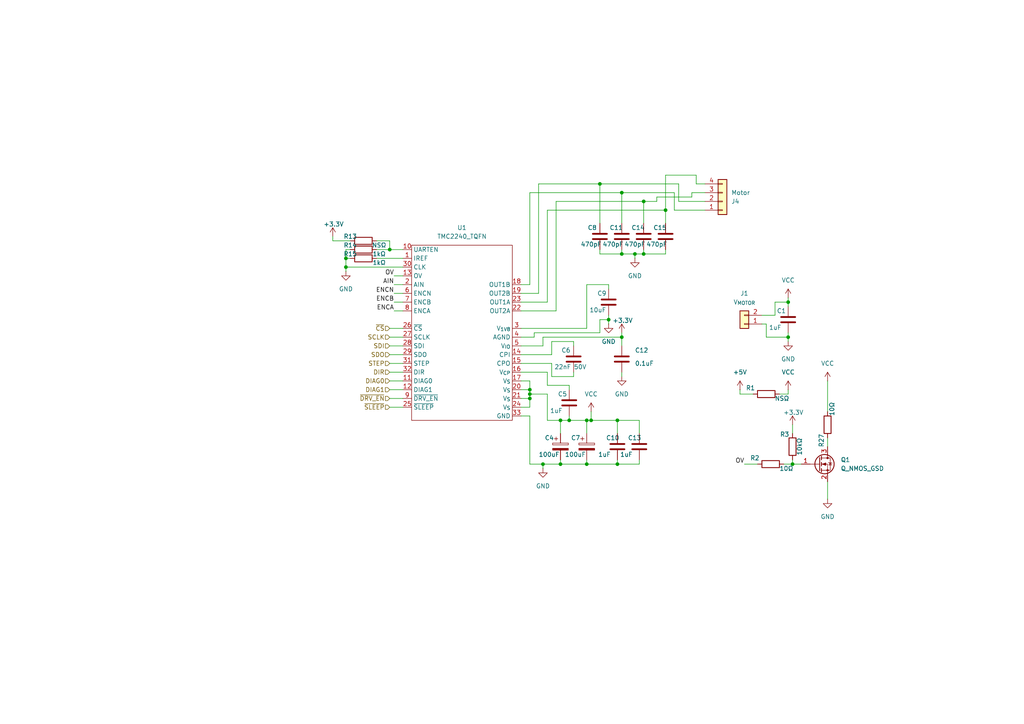
<source format=kicad_sch>
(kicad_sch (version 20231120) (generator "eeschema") (generator_version "8.0")
  (paper "A4")
  (lib_symbols
    (symbol "Connector_Generic:Conn_01x02" (pin_names (offset 1.016) hide)
      (property "Reference" "J" (at 0 2.54 0))
      (property "Value" "Conn_01x02" (at 0 -5.08 0))
      (symbol "Conn_01x02_1_1"
        (rectangle (start -1.27 -2.413) (end 0 -2.667) (stroke (width 0.1524)))
        (rectangle (start -1.27 0.127) (end 0 -0.127) (stroke (width 0.1524)))
        (rectangle (start -1.27 1.27) (end 1.27 -3.81) (stroke (width 0.254)) (fill (type background)))
        (pin passive line (at -5.08 0 0) (length 3.81) (name "Pin_1") (number "1"))
        (pin passive line (at -5.08 -2.54 0) (length 3.81) (name "Pin_2") (number "2"))
      )
    )
    (symbol "Connector_Generic:Conn_01x04" (pin_names (offset 1.016) hide)
      (property "Reference" "J" (at 0 5.08 0))
      (property "Value" "Conn_01x04" (at 0 -7.62 0))
      (symbol "Conn_01x04_1_1"
        (rectangle (start -1.27 -4.953) (end 0 -5.207) (stroke (width 0.1524)))
        (rectangle (start -1.27 -2.413) (end 0 -2.667) (stroke (width 0.1524)))
        (rectangle (start -1.27 0.127) (end 0 -0.127) (stroke (width 0.1524)))
        (rectangle (start -1.27 2.667) (end 0 2.413) (stroke (width 0.1524)))
        (rectangle (start -1.27 3.81) (end 1.27 -6.35) (stroke (width 0.254)) (fill (type background)))
        (pin passive line (at -5.08 2.54 0) (length 3.81) (name "Pin_1") (number "1"))
        (pin passive line (at -5.08 0 0) (length 3.81) (name "Pin_2") (number "2"))
        (pin passive line (at -5.08 -2.54 0) (length 3.81) (name "Pin_3") (number "3"))
        (pin passive line (at -5.08 -5.08 0) (length 3.81) (name "Pin_4") (number "4"))
      )
    )
    (symbol "Device:C" (pin_numbers hide) (pin_names (offset 0.254))
      (property "Reference" "C" (at 0.635 2.54 0))
      (property "Value" "C" (at 0.635 -2.54 0))
      (symbol "C_0_1"
        (polyline (pts (xy -2.032 -0.762) (xy 2.032 -0.762)) (stroke (width 0.508)))
        (polyline (pts (xy -2.032 0.762) (xy 2.032 0.762)) (stroke (width 0.508)))
      )
      (symbol "C_1_1"
        (pin passive line (at 0 3.81 270) (length 2.794) (name "~") (number "1"))
        (pin passive line (at 0 -3.81 90) (length 2.794) (name "~") (number "2"))
      )
    )
    (symbol "Device:C_Polarized" (pin_numbers hide) (pin_names (offset 0.254))
      (property "Reference" "C" (at 0.635 2.54 0))
      (property "Value" "C_Polarized" (at 0.635 -2.54 0))
      (symbol "C_Polarized_0_1"
        (rectangle (start -2.286 0.508) (end 2.286 1.016))
        (polyline (pts (xy -1.778 2.286) (xy -0.762 2.286)))
        (polyline (pts (xy -1.27 2.794) (xy -1.27 1.778)))
        (rectangle (start 2.286 -0.508) (end -2.286 -1.016) (fill (type outline)))
      )
      (symbol "C_Polarized_1_1"
        (pin passive line (at 0 3.81 270) (length 2.794) (name "~") (number "1"))
        (pin passive line (at 0 -3.81 90) (length 2.794) (name "~") (number "2"))
      )
    )
    (symbol "Device:Q_NMOS_GSD" (pin_names (offset 0) hide)
      (property "Reference" "Q" (at 5.08 1.27 0))
      (property "Value" "Q_NMOS_GSD" (at 5.08 -1.27 0))
      (symbol "Q_NMOS_GSD_0_1"
        (polyline (pts (xy 0.254 0) (xy -2.54 0)))
        (polyline (pts (xy 0.254 1.905) (xy 0.254 -1.905)) (stroke (width 0.254)))
        (polyline (pts (xy 0.762 -1.27) (xy 0.762 -2.286)) (stroke (width 0.254)))
        (polyline (pts (xy 0.762 0.508) (xy 0.762 -0.508)) (stroke (width 0.254)))
        (polyline (pts (xy 0.762 2.286) (xy 0.762 1.27)) (stroke (width 0.254)))
        (polyline (pts (xy 2.54 2.54) (xy 2.54 1.778)))
        (polyline (pts (xy 2.54 -2.54) (xy 2.54 0) (xy 0.762 0)))
        (polyline (pts (xy 0.762 -1.778) (xy 3.302 -1.778) (xy 3.302 1.778) (xy 0.762 1.778)))
        (polyline (pts (xy 1.016 0) (xy 2.032 0.381) (xy 2.032 -0.381) (xy 1.016 0)) (fill (type outline)))
        (polyline (pts (xy 2.794 0.508) (xy 2.921 0.381) (xy 3.683 0.381) (xy 3.81 0.254)))
        (polyline (pts (xy 3.302 0.381) (xy 2.921 -0.254) (xy 3.683 -0.254) (xy 3.302 0.381)))
        (circle (center 1.651 0) (radius 2.794) (stroke (width 0.254)))
        (circle (center 2.54 -1.778) (radius 0.254) (fill (type outline)))
        (circle (center 2.54 1.778) (radius 0.254) (fill (type outline)))
      )
      (symbol "Q_NMOS_GSD_1_1"
        (pin input line (at -5.08 0 0) (length 2.54) (name "G") (number "1"))
        (pin passive line (at 2.54 -5.08 90) (length 2.54) (name "S") (number "2"))
        (pin passive line (at 2.54 5.08 270) (length 2.54) (name "D") (number "3"))
      )
    )
    (symbol "Device:R" (pin_numbers hide) (pin_names (offset 0))
      (property "Reference" "R" (at 2.032 0 90))
      (property "Value" "R" (at 0 0 90))
      (symbol "R_0_1"
        (rectangle (start -1.016 -2.54) (end 1.016 2.54) (stroke (width 0.254)))
      )
      (symbol "R_1_1"
        (pin passive line (at 0 3.81 270) (length 1.27) (name "~") (number "1"))
        (pin passive line (at 0 -3.81 90) (length 1.27) (name "~") (number "2"))
      )
    )
    (symbol "GND_1" (power) (pin_numbers hide) (pin_names (offset 0) hide)
      (property "Value" "GND" (at 0 -3.81 0))
      (symbol "GND_1_0_1"
        (polyline (pts (xy 0 0) (xy 0 -1.27) (xy 1.27 -1.27) (xy 0 -2.54) (xy -1.27 -1.27) (xy 0 -1.27)))
      )
      (symbol "GND_1_1_1"
        (pin power_in line (at 0 0 270) (length 0) (name "~") (number "1"))
      )
    )
    (symbol "StepperDriver:TMC2240_TQFN"
      (property "Reference" "U" (at 0 0 0))
      (property "Value" "TMC2240_TQFN" (at 0 -2.54 0))
      (symbol "TMC2240_TQFN_0_1"
        (rectangle (start -16.51 21.59) (end 12.7 -29.21))
      )
      (symbol "TMC2240_TQFN_1_1"
        (pin input line (at -19.05 17.78 0) (length 2.54) (name "IREF") (number "1"))
        (pin input line (at -19.05 20.32 0) (length 2.54) (name "UARTEN") (number "10"))
        (pin input line (at -19.05 -17.78 0) (length 2.54) (name "DIAG0") (number "11"))
        (pin input line (at -19.05 -20.32 0) (length 2.54) (name "DIAG1") (number "12"))
        (pin input line (at -19.05 12.7 0) (length 2.54) (name "OV") (number "13"))
        (pin input line (at 15.24 -10.16 180) (length 2.54) (name "CPI") (number "14"))
        (pin input line (at 15.24 -12.7 180) (length 2.54) (name "CPO") (number "15"))
        (pin input line (at 15.24 -15.24 180) (length 2.54) (name "V_{CP}") (number "16"))
        (pin input line (at 15.24 -17.78 180) (length 2.54) (name "V_{S}") (number "17"))
        (pin input line (at 15.24 10.16 180) (length 2.54) (name "OUT1B") (number "18"))
        (pin input line (at 15.24 7.62 180) (length 2.54) (name "OUT2B") (number "19"))
        (pin input line (at -19.05 10.16 0) (length 2.54) (name "AIN") (number "2"))
        (pin input line (at 15.24 -20.32 180) (length 2.54) (name "V_{S}") (number "20"))
        (pin input line (at 15.24 -22.86 180) (length 2.54) (name "V_{S}") (number "21"))
        (pin input line (at 15.24 2.54 180) (length 2.54) (name "OUT2A") (number "22"))
        (pin input line (at 15.24 5.08 180) (length 2.54) (name "OUT1A") (number "23"))
        (pin input line (at 15.24 -25.4 180) (length 2.54) (name "V_{S}") (number "24"))
        (pin input line (at -19.05 -25.4 0) (length 2.54) (name "~{SLEEP}") (number "25"))
        (pin input line (at -19.05 -2.54 0) (length 2.54) (name "~{CS}") (number "26"))
        (pin input line (at -19.05 -5.08 0) (length 2.54) (name "SCLK") (number "27"))
        (pin input line (at -19.05 -7.62 0) (length 2.54) (name "SDI") (number "28"))
        (pin input line (at -19.05 -10.16 0) (length 2.54) (name "SDO") (number "29"))
        (pin input line (at 15.24 -2.54 180) (length 2.54) (name "V_{1V8}") (number "3"))
        (pin input line (at -19.05 15.24 0) (length 2.54) (name "CLK") (number "30"))
        (pin input line (at -19.05 -12.7 0) (length 2.54) (name "STEP") (number "31"))
        (pin input line (at -19.05 -15.24 0) (length 2.54) (name "DIR") (number "32"))
        (pin input line (at 15.24 -27.94 180) (length 2.54) (name "GND") (number "33"))
        (pin input line (at 15.24 -5.08 180) (length 2.54) (name "AGND") (number "4"))
        (pin input line (at 15.24 -7.62 180) (length 2.54) (name "V_{IO}") (number "5"))
        (pin input line (at -19.05 7.62 0) (length 2.54) (name "ENCN") (number "6"))
        (pin input line (at -19.05 5.08 0) (length 2.54) (name "ENCB") (number "7"))
        (pin input line (at -19.05 2.54 0) (length 2.54) (name "ENCA") (number "8"))
        (pin input line (at -19.05 -22.86 0) (length 2.54) (name "~{DRV_EN}") (number "9"))
      )
    )
    (symbol "power:+3.3V" (power) (pin_names (offset 0))
      (property "Value" "+3.3V" (at 0 3.556 0))
      (symbol "+3.3V_0_1"
        (polyline (pts (xy -0.762 1.27) (xy 0 2.54)))
        (polyline (pts (xy 0 0) (xy 0 2.54)))
        (polyline (pts (xy 0 2.54) (xy 0.762 1.27)))
      )
      (symbol "+3.3V_1_1"
        (pin power_in line (at 0 0 90) (length 0) hide (name "+3.3V") (number "1"))
      )
    )
    (symbol "power:+5V" (power) (pin_numbers hide) (pin_names (offset 0) hide)
      (property "Value" "+5V" (at 0 3.556 0))
      (symbol "+5V_0_1"
        (polyline (pts (xy -0.762 1.27) (xy 0 2.54)))
        (polyline (pts (xy 0 0) (xy 0 2.54)))
        (polyline (pts (xy 0 2.54) (xy 0.762 1.27)))
      )
      (symbol "+5V_1_1"
        (pin power_in line (at 0 0 90) (length 0) (name "~") (number "1"))
      )
    )
    (symbol "power:VCC" (power) (pin_numbers hide) (pin_names (offset 0) hide)
      (property "Value" "VCC" (at 0 3.556 0))
      (symbol "VCC_0_1"
        (polyline (pts (xy -0.762 1.27) (xy 0 2.54)))
        (polyline (pts (xy 0 0) (xy 0 2.54)))
        (polyline (pts (xy 0 2.54) (xy 0.762 1.27)))
      )
      (symbol "VCC_1_1"
        (pin power_in line (at 0 0 90) (length 0) (name "~") (number "1"))
      )
    )
  )
  (junction (at 100.33 74.93))
  (junction (at 179.07 121.92))
  (junction (at 228.6 97.79))
  (junction (at 228.6 87.63))
  (junction (at 173.99 53.34))
  (junction (at 170.18 121.92))
  (junction (at 229.87 134.62))
  (junction (at 186.69 73.66))
  (junction (at 171.45 121.92))
  (junction (at 180.34 97.79))
  (junction (at 193.04 60.96))
  (junction (at 153.67 115.57))
  (junction (at 186.69 58.42))
  (junction (at 162.56 134.62))
  (junction (at 184.15 73.66))
  (junction (at 113.03 72.39))
  (junction (at 180.34 73.66))
  (junction (at 162.56 121.92))
  (junction (at 176.53 92.71))
  (junction (at 153.67 113.03))
  (junction (at 157.48 134.62))
  (junction (at 170.18 134.62))
  (junction (at 153.67 114.3))
  (junction (at 179.07 134.62))
  (junction (at 165.1 121.92))
  (junction (at 180.34 55.88))
  (junction (at 100.33 77.47))
  (wire (pts (xy 186.69 58.42) (xy 190.5 58.42)))
  (wire (pts (xy 113.03 100.33) (xy 116.84 100.33)))
  (wire (pts (xy 109.22 74.93) (xy 116.84 74.93)))
  (wire (pts (xy 180.34 96.52) (xy 180.34 97.79)))
  (wire (pts (xy 214.63 114.3) (xy 218.44 114.3)))
  (wire (pts (xy 100.33 74.93) (xy 101.6 74.93)))
  (wire (pts (xy 151.13 97.79) (xy 154.94 97.79)))
  (wire (pts (xy 173.99 73.66) (xy 180.34 73.66)))
  (wire (pts (xy 173.99 53.34) (xy 196.85 53.34)))
  (wire (pts (xy 224.79 91.44) (xy 224.79 87.63)))
  (wire (pts (xy 173.99 92.71) (xy 176.53 92.71)))
  (wire (pts (xy 185.42 121.92) (xy 185.42 125.73)))
  (wire (pts (xy 201.93 50.8) (xy 193.04 50.8)))
  (wire (pts (xy 240.03 127) (xy 240.03 129.54)))
  (wire (pts (xy 157.48 97.79) (xy 180.34 97.79)))
  (wire (pts (xy 153.67 118.11) (xy 153.67 115.57)))
  (wire (pts (xy 153.67 55.88) (xy 180.34 55.88)))
  (wire (pts (xy 180.34 107.95) (xy 180.34 109.22)))
  (wire (pts (xy 224.79 87.63) (xy 228.6 87.63)))
  (wire (pts (xy 228.6 114.3) (xy 228.6 113.03)))
  (wire (pts (xy 186.69 73.66) (xy 193.04 73.66)))
  (wire (pts (xy 151.13 120.65) (xy 153.67 120.65)))
  (wire (pts (xy 113.03 113.03) (xy 116.84 113.03)))
  (wire (pts (xy 151.13 82.55) (xy 153.67 82.55)))
  (wire (pts (xy 186.69 58.42) (xy 186.69 64.77)))
  (wire (pts (xy 154.94 97.79) (xy 154.94 96.52)))
  (wire (pts (xy 185.42 134.62) (xy 185.42 133.35)))
  (wire (pts (xy 193.04 73.66) (xy 193.04 72.39)))
  (wire (pts (xy 113.03 102.87) (xy 116.84 102.87)))
  (wire (pts (xy 113.03 115.57) (xy 116.84 115.57)))
  (wire (pts (xy 200.66 55.88) (xy 204.47 55.88)))
  (wire (pts (xy 190.5 58.42) (xy 190.5 57.15)))
  (wire (pts (xy 195.58 60.96) (xy 204.47 60.96)))
  (wire (pts (xy 157.48 100.33) (xy 157.48 97.79)))
  (wire (pts (xy 196.85 53.34) (xy 196.85 58.42)))
  (wire (pts (xy 114.3 82.55) (xy 116.84 82.55)))
  (wire (pts (xy 171.45 119.38) (xy 171.45 121.92)))
  (wire (pts (xy 109.22 72.39) (xy 113.03 72.39)))
  (wire (pts (xy 229.87 134.62) (xy 232.41 134.62)))
  (wire (pts (xy 195.58 55.88) (xy 195.58 60.96)))
  (wire (pts (xy 113.03 107.95) (xy 116.84 107.95)))
  (wire (pts (xy 229.87 123.19) (xy 229.87 125.73)))
  (wire (pts (xy 157.48 135.89) (xy 157.48 134.62)))
  (wire (pts (xy 100.33 72.39) (xy 100.33 74.93)))
  (wire (pts (xy 200.66 57.15) (xy 200.66 55.88)))
  (wire (pts (xy 165.1 111.76) (xy 165.1 113.03)))
  (wire (pts (xy 153.67 82.55) (xy 153.67 55.88)))
  (wire (pts (xy 158.75 111.76) (xy 165.1 111.76)))
  (wire (pts (xy 227.33 134.62) (xy 229.87 134.62)))
  (wire (pts (xy 240.03 139.7) (xy 240.03 144.78)))
  (wire (pts (xy 184.15 73.66) (xy 186.69 73.66)))
  (wire (pts (xy 153.67 115.57) (xy 153.67 114.3)))
  (wire (pts (xy 170.18 121.92) (xy 165.1 121.92)))
  (wire (pts (xy 162.56 134.62) (xy 170.18 134.62)))
  (wire (pts (xy 171.45 121.92) (xy 179.07 121.92)))
  (wire (pts (xy 113.03 97.79) (xy 116.84 97.79)))
  (wire (pts (xy 180.34 55.88) (xy 180.34 64.77)))
  (wire (pts (xy 156.21 85.09) (xy 156.21 53.34)))
  (wire (pts (xy 214.63 113.03) (xy 214.63 114.3)))
  (wire (pts (xy 113.03 110.49) (xy 116.84 110.49)))
  (wire (pts (xy 158.75 114.3) (xy 153.67 114.3)))
  (wire (pts (xy 173.99 96.52) (xy 173.99 92.71)))
  (wire (pts (xy 100.33 77.47) (xy 116.84 77.47)))
  (wire (pts (xy 158.75 121.92) (xy 158.75 114.3)))
  (wire (pts (xy 215.9 134.62) (xy 219.71 134.62)))
  (wire (pts (xy 101.6 69.85) (xy 96.52 69.85)))
  (wire (pts (xy 153.67 114.3) (xy 153.67 113.03)))
  (wire (pts (xy 229.87 133.35) (xy 229.87 134.62)))
  (wire (pts (xy 158.75 87.63) (xy 158.75 60.96)))
  (wire (pts (xy 109.22 69.85) (xy 113.03 69.85)))
  (wire (pts (xy 151.13 105.41) (xy 160.02 105.41)))
  (wire (pts (xy 100.33 77.47) (xy 100.33 74.93)))
  (wire (pts (xy 180.34 73.66) (xy 184.15 73.66)))
  (wire (pts (xy 176.53 92.71) (xy 176.53 93.98)))
  (wire (pts (xy 166.37 109.22) (xy 166.37 107.95)))
  (wire (pts (xy 114.3 80.01) (xy 116.84 80.01)))
  (wire (pts (xy 157.48 134.62) (xy 153.67 134.62)))
  (wire (pts (xy 114.3 85.09) (xy 116.84 85.09)))
  (wire (pts (xy 204.47 53.34) (xy 201.93 53.34)))
  (wire (pts (xy 96.52 69.85) (xy 96.52 68.58)))
  (wire (pts (xy 179.07 121.92) (xy 179.07 125.73)))
  (wire (pts (xy 153.67 120.65) (xy 153.67 134.62)))
  (wire (pts (xy 166.37 99.06) (xy 166.37 100.33)))
  (wire (pts (xy 170.18 134.62) (xy 170.18 133.35)))
  (wire (pts (xy 170.18 134.62) (xy 179.07 134.62)))
  (wire (pts (xy 173.99 53.34) (xy 173.99 64.77)))
  (wire (pts (xy 176.53 82.55) (xy 176.53 83.82)))
  (wire (pts (xy 171.45 121.92) (xy 170.18 121.92)))
  (wire (pts (xy 228.6 87.63) (xy 228.6 88.9)))
  (wire (pts (xy 162.56 121.92) (xy 162.56 125.73)))
  (wire (pts (xy 179.07 121.92) (xy 185.42 121.92)))
  (wire (pts (xy 222.25 97.79) (xy 228.6 97.79)))
  (wire (pts (xy 151.13 85.09) (xy 156.21 85.09)))
  (wire (pts (xy 114.3 90.17) (xy 116.84 90.17)))
  (wire (pts (xy 176.53 91.44) (xy 176.53 92.71)))
  (wire (pts (xy 193.04 50.8) (xy 193.04 60.96)))
  (wire (pts (xy 201.93 53.34) (xy 201.93 50.8)))
  (wire (pts (xy 196.85 58.42) (xy 204.47 58.42)))
  (wire (pts (xy 195.58 55.88) (xy 180.34 55.88)))
  (wire (pts (xy 151.13 100.33) (xy 157.48 100.33)))
  (wire (pts (xy 160.02 109.22) (xy 166.37 109.22)))
  (wire (pts (xy 151.13 102.87) (xy 160.02 102.87)))
  (wire (pts (xy 156.21 53.34) (xy 173.99 53.34)))
  (wire (pts (xy 113.03 69.85) (xy 113.03 72.39)))
  (wire (pts (xy 162.56 121.92) (xy 158.75 121.92)))
  (wire (pts (xy 151.13 90.17) (xy 161.29 90.17)))
  (wire (pts (xy 101.6 72.39) (xy 100.33 72.39)))
  (wire (pts (xy 180.34 97.79) (xy 180.34 100.33)))
  (wire (pts (xy 154.94 96.52) (xy 173.99 96.52)))
  (wire (pts (xy 179.07 134.62) (xy 185.42 134.62)))
  (wire (pts (xy 228.6 97.79) (xy 228.6 96.52)))
  (wire (pts (xy 151.13 115.57) (xy 153.67 115.57)))
  (wire (pts (xy 165.1 120.65) (xy 165.1 121.92)))
  (wire (pts (xy 186.69 73.66) (xy 186.69 72.39)))
  (wire (pts (xy 151.13 118.11) (xy 153.67 118.11)))
  (wire (pts (xy 113.03 118.11) (xy 116.84 118.11)))
  (wire (pts (xy 113.03 95.25) (xy 116.84 95.25)))
  (wire (pts (xy 157.48 134.62) (xy 162.56 134.62)))
  (wire (pts (xy 165.1 121.92) (xy 162.56 121.92)))
  (wire (pts (xy 160.02 99.06) (xy 166.37 99.06)))
  (wire (pts (xy 160.02 102.87) (xy 160.02 99.06)))
  (wire (pts (xy 220.98 93.98) (xy 222.25 93.98)))
  (wire (pts (xy 114.3 87.63) (xy 116.84 87.63)))
  (wire (pts (xy 240.03 110.49) (xy 240.03 119.38)))
  (wire (pts (xy 184.15 73.66) (xy 184.15 74.93)))
  (wire (pts (xy 180.34 72.39) (xy 180.34 73.66)))
  (wire (pts (xy 151.13 95.25) (xy 170.18 95.25)))
  (wire (pts (xy 100.33 78.74) (xy 100.33 77.47)))
  (wire (pts (xy 153.67 110.49) (xy 153.67 113.03)))
  (wire (pts (xy 151.13 107.95) (xy 158.75 107.95)))
  (wire (pts (xy 162.56 134.62) (xy 162.56 133.35)))
  (wire (pts (xy 173.99 72.39) (xy 173.99 73.66)))
  (wire (pts (xy 151.13 87.63) (xy 158.75 87.63)))
  (wire (pts (xy 170.18 121.92) (xy 170.18 125.73)))
  (wire (pts (xy 193.04 60.96) (xy 193.04 64.77)))
  (wire (pts (xy 179.07 134.62) (xy 179.07 133.35)))
  (wire (pts (xy 160.02 105.41) (xy 160.02 109.22)))
  (wire (pts (xy 113.03 105.41) (xy 116.84 105.41)))
  (wire (pts (xy 190.5 57.15) (xy 200.66 57.15)))
  (wire (pts (xy 161.29 58.42) (xy 186.69 58.42)))
  (wire (pts (xy 170.18 82.55) (xy 176.53 82.55)))
  (wire (pts (xy 222.25 93.98) (xy 222.25 97.79)))
  (wire (pts (xy 228.6 86.36) (xy 228.6 87.63)))
  (wire (pts (xy 158.75 60.96) (xy 193.04 60.96)))
  (wire (pts (xy 161.29 90.17) (xy 161.29 58.42)))
  (wire (pts (xy 220.98 91.44) (xy 224.79 91.44)))
  (wire (pts (xy 113.03 72.39) (xy 116.84 72.39)))
  (wire (pts (xy 226.06 114.3) (xy 228.6 114.3)))
  (wire (pts (xy 158.75 107.95) (xy 158.75 111.76)))
  (wire (pts (xy 151.13 110.49) (xy 153.67 110.49)))
  (wire (pts (xy 170.18 95.25) (xy 170.18 82.55)))
  (wire (pts (xy 153.67 113.03) (xy 151.13 113.03)))
  (wire (pts (xy 228.6 97.79) (xy 228.6 99.06)))
  (label "ENCA" (at 114.3 90.17 180))
  (label "OV" (at 114.3 80.01 180))
  (label "OV" (at 215.9 134.62 180))
  (label "ENCB" (at 114.3 87.63 180))
  (label "AIN" (at 114.3 82.55 180))
  (label "ENCN" (at 114.3 85.09 180))
  (hierarchical_label "SDO" (shape input) (at 113.03 102.87 180))
  (hierarchical_label "SCLK" (shape input) (at 113.03 97.79 180))
  (hierarchical_label "STEP" (shape input) (at 113.03 105.41 180))
  (hierarchical_label "~{CS}" (shape input) (at 113.03 95.25 180))
  (hierarchical_label "DIR" (shape input) (at 113.03 107.95 180))
  (hierarchical_label "DIAG0" (shape input) (at 113.03 110.49 180))
  (hierarchical_label "~{DRV_EN}" (shape input) (at 113.03 115.57 180))
  (hierarchical_label "SDI" (shape input) (at 113.03 100.33 180))
  (hierarchical_label "DIAG1" (shape input) (at 113.03 113.03 180))
  (hierarchical_label "~{SLEEP}" (shape input) (at 113.03 118.11 180))
  (symbol (lib_id "Device:Q_NMOS_GSD") (at 237.49 134.62 0) (unit 1)
    (property "Reference" "Q1" (at 243.84 133.3499 0) (effects (justify left)))
    (property "Value" "Q_NMOS_GSD" (at 243.84 135.8899 0) (effects (justify left)))
    (property "Footprint" "Package_TO_SOT_SMD:SOT-23" (effects (hide yes)))
    (property "Description" "N-MOSFET transistor, gate/source/drain" (effects (hide yes)))
  )
  (symbol (lib_id "power:+3.3V") (at 229.87 123.19 0) (unit 1)
    (property "Reference" "#PWR05" (effects (hide yes)))
    (property "Value" "+3.3V" (at 230.124 119.634 0))
  )
  (symbol (lib_id "Device:R") (at 229.87 129.54 180) (unit 1)
    (property "Reference" "R3" (at 227.584 125.984 0))
    (property "Value" "10kΩ" (at 231.902 129.54 90))
    (property "Footprint" "Resistor_SMD:R_0603_1608Metric" (effects (hide yes)))
    (property "Description" "Resistor" (effects (hide yes)))
  )
  (symbol (lib_id "Device:C") (at 180.34 68.58 0) (unit 1)
    (property "Reference" "C11" (at 176.784 66.04 0) (effects (justify left)))
    (property "Value" "470pF" (at 174.752 70.866 0) (effects (justify left)))
    (property "Footprint" "Capacitor_SMD:C_0603_1608Metric" (effects (hide yes)))
    (property "Description" "Unpolarized capacitor" (effects (hide yes)))
  )
  (symbol (lib_id "Device:C_Polarized") (at 162.56 129.54 0) (unit 1)
    (property "Reference" "C4" (at 157.988 127 0) (effects (justify left)))
    (property "Value" "100uF" (at 156.21 131.826 0) (effects (justify left)))
    (property "Footprint" "Capacitor_SMD:C_Elec_10x10.2" (effects (hide yes)))
    (property "Description" "Polarized capacitor" (effects (hide yes)))
  )
  (symbol (lib_id "power:+3.3V") (at 96.52 68.58 0) (unit 1)
    (property "Reference" "#PWR012" (effects (hide yes)))
    (property "Value" "+3.3V" (at 96.774 65.024 0))
  )
  (symbol (lib_id "Device:R") (at 105.41 72.39 90) (unit 1)
    (property "Reference" "R14" (at 101.6 71.12 90))
    (property "Value" "1kΩ" (at 109.982 73.66 90))
    (property "Footprint" "Resistor_SMD:R_0603_1608Metric" (effects (hide yes)))
    (property "Description" "Resistor" (effects (hide yes)))
  )
  (symbol (lib_id "Device:C") (at 193.04 68.58 0) (unit 1)
    (property "Reference" "C15" (at 189.484 66.04 0) (effects (justify left)))
    (property "Value" "470pF" (at 187.452 70.866 0) (effects (justify left)))
    (property "Footprint" "Capacitor_SMD:C_0603_1608Metric" (effects (hide yes)))
    (property "Description" "Unpolarized capacitor" (effects (hide yes)))
  )
  (symbol (lib_id "Device:C") (at 176.53 87.63 0) (unit 1)
    (property "Reference" "C9" (at 173.228 85.09 0) (effects (justify left)))
    (property "Value" "10uF" (at 170.942 89.916 0) (effects (justify left)))
    (property "Footprint" "Capacitor_SMD:C_0603_1608Metric" (effects (hide yes)))
    (property "Description" "Unpolarized capacitor" (effects (hide yes)))
  )
  (symbol (lib_id "power:VCC") (at 171.45 119.38 0) (unit 1)
    (property "Reference" "#PWR021" (effects (hide yes)))
    (property "Value" "VCC" (at 171.45 114.3 0))
    (property "Description" "Power symbol creates a global label with name \"VCC\"" (effects (hide yes)))
  )
  (symbol (lib_name "GND_1") (lib_id "power:GND") (at 180.34 109.22 0) (unit 1)
    (property "Reference" "#PWR024" (effects (hide yes)))
    (property "Value" "GND" (at 180.34 114.3 0))
    (property "Description" "Power symbol creates a global label with name \"GND\" , ground" (effects (hide yes)))
  )
  (symbol (lib_id "Device:C") (at 185.42 129.54 0) (unit 1)
    (property "Reference" "C13" (at 182.118 127 0) (effects (justify left)))
    (property "Value" "1uF" (at 179.832 131.826 0) (effects (justify left)))
    (property "Footprint" "Capacitor_SMD:C_0603_1608Metric" (effects (hide yes)))
    (property "Description" "Unpolarized capacitor" (effects (hide yes)))
  )
  (symbol (lib_id "Device:C") (at 180.34 104.14 0) (unit 1)
    (property "Reference" "C12" (at 184.15 101.5999 0) (effects (justify left)))
    (property "Value" "0.1uF" (at 184.15 105.4099 0) (effects (justify left)))
    (property "Footprint" "Capacitor_SMD:C_0603_1608Metric" (effects (hide yes)))
    (property "Description" "Unpolarized capacitor" (effects (hide yes)))
  )
  (symbol (lib_id "Device:R") (at 222.25 114.3 90) (unit 1)
    (property "Reference" "R1" (at 217.678 112.522 90))
    (property "Value" "NSΩ" (at 226.822 115.57 90))
    (property "Footprint" "Resistor_SMD:R_0603_1608Metric" (effects (hide yes)))
    (property "Description" "Resistor" (effects (hide yes)))
  )
  (symbol (lib_name "GND_1") (lib_id "power:GND") (at 100.33 78.74 0) (unit 1)
    (property "Reference" "#PWR019" (effects (hide yes)))
    (property "Value" "GND" (at 100.33 83.82 0))
    (property "Description" "Power symbol creates a global label with name \"GND\" , ground" (effects (hide yes)))
  )
  (symbol (lib_id "Device:R") (at 240.03 123.19 180) (unit 1)
    (property "Reference" "R27" (at 238.252 127.762 90))
    (property "Value" "10Ω" (at 241.3 118.618 90))
    (property "Footprint" "Resistor_SMD:R_0805_2012Metric" (effects (hide yes)))
    (property "Description" "Resistor" (effects (hide yes)))
  )
  (symbol (lib_name "GND_1") (lib_id "power:GND") (at 184.15 74.93 0) (unit 1)
    (property "Reference" "#PWR025" (effects (hide yes)))
    (property "Value" "GND" (at 184.15 80.01 0))
    (property "Description" "Power symbol creates a global label with name \"GND\" , ground" (effects (hide yes)))
  )
  (symbol (lib_id "Device:C") (at 186.69 68.58 0) (unit 1)
    (property "Reference" "C14" (at 183.134 66.04 0) (effects (justify left)))
    (property "Value" "470pF" (at 181.102 70.866 0) (effects (justify left)))
    (property "Footprint" "Capacitor_SMD:C_0603_1608Metric" (effects (hide yes)))
    (property "Description" "Unpolarized capacitor" (effects (hide yes)))
  )
  (symbol (lib_id "Device:C") (at 228.6 92.71 0) (unit 1)
    (property "Reference" "C1" (at 225.298 90.17 0) (effects (justify left)))
    (property "Value" "1uF" (at 223.012 94.996 0) (effects (justify left)))
    (property "Footprint" "Capacitor_SMD:C_0603_1608Metric" (effects (hide yes)))
    (property "Description" "Unpolarized capacitor" (effects (hide yes)))
  )
  (symbol (lib_id "power:+5V") (at 214.63 113.03 0) (unit 1)
    (property "Reference" "#PWR01" (effects (hide yes)))
    (property "Value" "+5V" (at 214.63 107.95 0))
    (property "Description" "Power symbol creates a global label with name \"+5V\"" (effects (hide yes)))
  )
  (symbol (lib_id "Device:C") (at 173.99 68.58 0) (unit 1)
    (property "Reference" "C8" (at 170.434 66.04 0) (effects (justify left)))
    (property "Value" "470pF" (at 168.402 70.866 0) (effects (justify left)))
    (property "Footprint" "Capacitor_SMD:C_0603_1608Metric" (effects (hide yes)))
    (property "Description" "Unpolarized capacitor" (effects (hide yes)))
  )
  (symbol (lib_id "Device:C") (at 179.07 129.54 0) (unit 1)
    (property "Reference" "C10" (at 175.768 127 0) (effects (justify left)))
    (property "Value" "1uF" (at 173.482 131.826 0) (effects (justify left)))
    (property "Footprint" "Capacitor_SMD:C_0603_1608Metric" (effects (hide yes)))
    (property "Description" "Unpolarized capacitor" (effects (hide yes)))
  )
  (symbol (lib_name "GND_1") (lib_id "power:GND") (at 228.6 99.06 0) (unit 1)
    (property "Reference" "#PWR03" (effects (hide yes)))
    (property "Value" "GND" (at 228.6 104.14 0))
    (property "Description" "Power symbol creates a global label with name \"GND\" , ground" (effects (hide yes)))
  )
  (symbol (lib_id "Device:C") (at 165.1 116.84 0) (unit 1)
    (property "Reference" "C5" (at 161.798 114.3 0) (effects (justify left)))
    (property "Value" "1uF" (at 159.512 119.126 0) (effects (justify left)))
    (property "Footprint" "Capacitor_SMD:C_0603_1608Metric" (effects (hide yes)))
    (property "Description" "Unpolarized capacitor" (effects (hide yes)))
  )
  (symbol (lib_id "Device:R") (at 105.41 69.85 90) (unit 1)
    (property "Reference" "R13" (at 101.6 68.58 90))
    (property "Value" "NSΩ" (at 109.982 71.12 90))
    (property "Footprint" "Resistor_SMD:R_0603_1608Metric" (effects (hide yes)))
    (property "Description" "Resistor" (effects (hide yes)))
  )
  (symbol (lib_name "GND_1") (lib_id "power:GND") (at 176.53 93.98 0) (unit 1)
    (property "Reference" "#PWR022" (effects (hide yes)))
    (property "Value" "GND" (at 176.53 99.06 0))
    (property "Description" "Power symbol creates a global label with name \"GND\" , ground" (effects (hide yes)))
  )
  (symbol (lib_id "power:VCC") (at 228.6 113.03 0) (unit 1)
    (property "Reference" "#PWR04" (effects (hide yes)))
    (property "Value" "VCC" (at 228.6 107.95 0))
    (property "Description" "Power symbol creates a global label with name \"VCC\"" (effects (hide yes)))
  )
  (symbol (lib_id "Connector_Generic:Conn_01x04") (at 209.55 58.42 0) (mirror x) (unit 1)
    (property "Reference" "J4" (at 212.09 58.4201 0) (effects (justify left)))
    (property "Value" "Motor" (at 212.09 55.8801 0) (effects (justify left)))
    (property "Footprint" "Connector_PinHeader_2.54mm:PinHeader_1x04_P2.54mm_Vertical" (effects (hide yes)))
    (property "Description" "Generic connector, single row, 01x04, script generated (kicad-library-utils/schlib/autogen/connector/)" (effects (hide yes)))
  )
  (symbol (lib_id "Device:R") (at 105.41 74.93 90) (unit 1)
    (property "Reference" "R15" (at 101.6 73.66 90))
    (property "Value" "1kΩ" (at 109.982 76.2 90))
    (property "Footprint" "Resistor_SMD:R_0603_1608Metric" (effects (hide yes)))
    (property "Description" "Resistor" (effects (hide yes)))
  )
  (symbol (lib_id "Device:R") (at 223.52 134.62 90) (unit 1)
    (property "Reference" "R2" (at 218.948 132.842 90))
    (property "Value" "10Ω" (at 228.092 135.89 90))
    (property "Footprint" "Resistor_SMD:R_0603_1608Metric" (effects (hide yes)))
    (property "Description" "Resistor" (effects (hide yes)))
  )
  (symbol (lib_id "power:VCC") (at 228.6 86.36 0) (unit 1)
    (property "Reference" "#PWR02" (effects (hide yes)))
    (property "Value" "VCC" (at 228.6 81.28 0))
    (property "Description" "Power symbol creates a global label with name \"VCC\"" (effects (hide yes)))
  )
  (symbol (lib_id "Device:C_Polarized") (at 170.18 129.54 0) (unit 1)
    (property "Reference" "C7" (at 165.608 127 0) (effects (justify left)))
    (property "Value" "100uF" (at 163.83 131.826 0) (effects (justify left)))
    (property "Footprint" "Capacitor_SMD:C_Elec_10x10.2" (effects (hide yes)))
    (property "Description" "Polarized capacitor" (effects (hide yes)))
  )
  (symbol (lib_id "Connector_Generic:Conn_01x02") (at 215.9 93.98 180) (unit 1)
    (property "Reference" "J1" (at 215.9 85.09 0))
    (property "Value" "V_{MOTOR}" (at 215.9 87.63 0))
    (property "Footprint" "Connector_PinHeader_2.54mm:PinHeader_1x02_P2.54mm_Vertical" (effects (hide yes)))
    (property "Description" "Generic connector, single row, 01x02, script generated (kicad-library-utils/schlib/autogen/connector/)" (effects (hide yes)))
  )
  (symbol (lib_id "power:VCC") (at 240.03 110.49 0) (unit 1)
    (property "Reference" "#PWR06" (effects (hide yes)))
    (property "Value" "VCC" (at 240.03 105.41 0))
    (property "Description" "Power symbol creates a global label with name \"VCC\"" (effects (hide yes)))
  )
  (symbol (lib_name "GND_1") (lib_id "power:GND") (at 157.48 135.89 0) (unit 1)
    (property "Reference" "#PWR020" (effects (hide yes)))
    (property "Value" "GND" (at 157.48 140.97 0))
    (property "Description" "Power symbol creates a global label with name \"GND\" , ground" (effects (hide yes)))
  )
  (symbol (lib_id "Device:C") (at 166.37 104.14 0) (unit 1)
    (property "Reference" "C6" (at 162.814 101.6 0) (effects (justify left)))
    (property "Value" "22nF 50V" (at 160.782 106.426 0) (effects (justify left)))
    (property "Footprint" "Capacitor_SMD:C_0603_1608Metric" (effects (hide yes)))
    (property "Description" "Unpolarized capacitor" (effects (hide yes)))
  )
  (symbol (lib_id "StepperDriver:TMC2240_TQFN") (at 135.89 92.71 0) (unit 1)
    (property "Reference" "U1" (at 133.985 66.04 0))
    (property "Value" "TMC2240_TQFN" (at 133.985 68.58 0))
    (property "Footprint" "Package_DFN_QFN:TQFN-32-1EP_5x5mm_P0.5mm_EP3.1x3.1mm_ThermalVias" (effects (hide yes)))
  )
  (symbol (lib_id "power:+3.3V") (at 180.34 96.52 0) (unit 1)
    (property "Reference" "#PWR023" (effects (hide yes)))
    (property "Value" "+3.3V" (at 180.594 92.964 0))
  )
  (symbol (lib_name "GND_1") (lib_id "power:GND") (at 240.03 144.78 0) (unit 1)
    (property "Reference" "#PWR07" (effects (hide yes)))
    (property "Value" "GND" (at 240.03 149.86 0))
    (property "Description" "Power symbol creates a global label with name \"GND\" , ground" (effects (hide yes)))
  )
)
</source>
